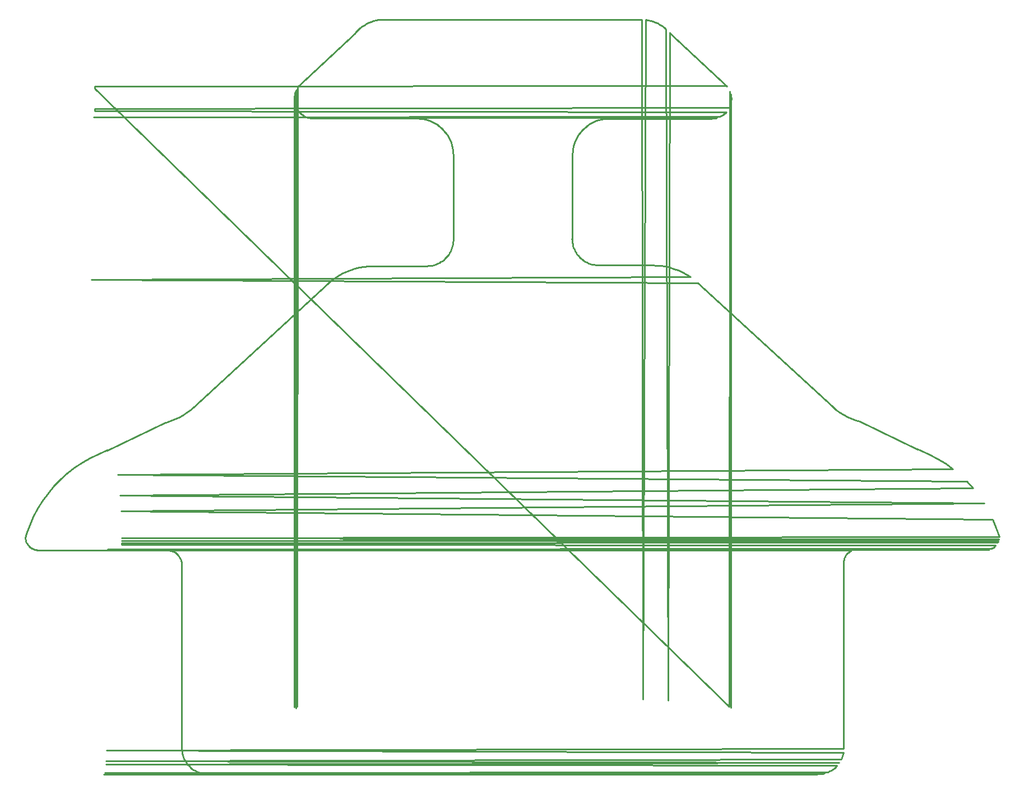
<source format=gm1>
%FSTAX24Y24*%
%MOMM*%
%SFA1B1*%

%IPPOS*%
%ADD10C,0.250000*%
%LNpcb-1*%
%LPD*%
G54D10*
X237799Y041299D02*
D01*
X237897Y038509*
X238189Y035732*
X238673Y032983*
X239349Y030274*
X240212Y027618*
X241258Y02503*
X242481Y02252*
X243877Y020103*
X245439Y017788*
X247158Y015588*
X249026Y013513*
X251034Y011574*
X253173Y009779*
X255432Y008138*
X257799Y006658*
X260264Y005348*
X262815Y004212*
X265439Y003257*
X268122Y002487*
X270853Y001907*
X273618Y001518*
X276403Y001324*
X277799Y001299*
X1197799D02*
D01*
X120059Y001397*
X1203366Y001689*
X1206116Y002173*
X1208825Y002849*
X121148Y003712*
X1214069Y004757*
X1216578Y005981*
X1218996Y007377*
X1221311Y008939*
X1223511Y010658*
X1225586Y012526*
X1227525Y014534*
X122932Y016673*
X1230961Y018932*
X123244Y021299*
X1233751Y023765*
X1234887Y026315*
X1235842Y028939*
X1236611Y031623*
X1237192Y034354*
X123758Y037118*
X1237775Y039903*
X1237799Y041299*
X237899Y317199D02*
D01*
X237844Y31879*
X237677Y320372*
X237401Y32194*
X237016Y323484*
X236524Y324997*
X235928Y326473*
X235231Y327903*
X234435Y329282*
X233545Y330601*
X232565Y331855*
X2315Y333038*
X230356Y334143*
X229136Y335166*
X227849Y336101*
X226499Y336945*
X225094Y337692*
X22364Y338339*
X222145Y338884*
X220615Y339322*
X219058Y339653*
X217483Y339874*
X215895Y339985*
X215099Y339999*
X1257199Y341099D02*
D01*
X1255839Y341052*
X1254485Y34091*
X1253145Y340673*
X1251825Y340344*
X125053Y339923*
X1249268Y339414*
X1248045Y338817*
X1246866Y338136*
X1245738Y337375*
X1244665Y336537*
X1243654Y335626*
X1242708Y334647*
X1241833Y333605*
X1241033Y332504*
X1240312Y331349*
X1239673Y330148*
X1239119Y328904*
X1238654Y327625*
X1238279Y326317*
X1237996Y324985*
X1237806Y323638*
X1237711Y32228*
X1237699Y321599*
X001299Y358299D02*
D01*
X001466Y356915*
X00173Y355546*
X002088Y354199*
X002539Y35288*
X003081Y351596*
X003711Y350352*
X004427Y349156*
X005224Y348012*
X006099Y346927*
X007048Y345906*
X008066Y344953*
X009147Y344073*
X010287Y343271*
X011481Y342551*
X012722Y341916*
X014004Y341368*
X015321Y340912*
X016667Y340548*
X018035Y340279*
X019418Y340107*
X02081Y340031*
X021299Y339999*
X124899Y490999D02*
D01*
X111959Y48577*
X099414Y479651*
X087327Y472672*
X075757Y464867*
X064759Y456273*
X054387Y446934*
X044692Y436893*
X035721Y426201*
X027518Y414909*
X020122Y403072*
X01357Y390749*
X007894Y377998*
X003121Y364882*
X001299Y358799*
X414399Y1041199D02*
D01*
X413123Y1039562*
X411963Y103784*
X410927Y1036042*
X410018Y1034175*
X409242Y1032249*
X408602Y1030275*
X408101Y102826*
X407742Y1026215*
X407527Y102415*
X407456Y1022075*
X407531Y1020001*
X407749Y1017936*
X408111Y1015892*
X408615Y1013878*
X409258Y1011904*
X410038Y100998*
X410949Y1008115*
X411989Y1006318*
X413151Y1004597*
X41443Y1002962*
X415821Y1001421*
X417315Y99998*
X418907Y998647*
X420587Y997428*
X422349Y996329*
X424183Y995356*
X42608Y994513*
X428031Y993804*
X430027Y993234*
X432058Y992804*
X434114Y992517*
X436186Y992374*
X437199Y992299*
X542599Y1141699D02*
D01*
X538742Y1141565*
X534903Y1141161*
X531102Y1140491*
X527357Y1139557*
X523686Y1138364*
X520107Y1136918*
X516638Y1135226*
X513295Y1133296*
X510095Y1131138*
X507053Y1128762*
X504185Y1126179*
X501503Y1123402*
X500199Y1121999*
X974799D02*
D01*
X972213Y112487*
X969432Y1127554*
X966471Y1130037*
X963344Y1132307*
X960066Y1134354*
X956654Y1136167*
X953123Y1137738*
X949491Y1139058*
X945777Y1140122*
X941996Y1140925*
X93817Y1141461*
X934315Y114173*
X932399Y1141699*
X827199Y810599D02*
D01*
X827297Y807809*
X827589Y805032*
X828074Y802283*
X828749Y799574*
X829612Y796919*
X830657Y79433*
X831882Y791821*
X833277Y789403*
X834839Y787088*
X836558Y784888*
X838426Y782813*
X840434Y780873*
X842573Y779079*
X844832Y777438*
X847199Y775958*
X849665Y774648*
X852215Y773512*
X854839Y772557*
X857523Y771788*
X860254Y771207*
X863018Y770818*
X865803Y770624*
X867199Y770599*
X607799Y769399D02*
D01*
X61059Y769497*
X613366Y769789*
X616116Y770274*
X618825Y770949*
X62148Y771812*
X624069Y772857*
X626578Y774082*
X628996Y775478*
X631311Y777039*
X633511Y778758*
X635586Y780626*
X637525Y782634*
X63932Y784773*
X640961Y787032*
X64244Y789399*
X643751Y791865*
X644887Y794415*
X645842Y797039*
X646611Y799723*
X647192Y802454*
X64758Y805218*
X647775Y808003*
X647799Y809399*
X1452399Y340399D02*
D01*
X1453794Y340448*
X1455183Y340594*
X1456558Y340837*
X1457912Y341174*
X145924Y341606*
X1460534Y342128*
X1461789Y34274*
X1462998Y343438*
X1464155Y344219*
X1465255Y345079*
X1466292Y346013*
X1467262Y347017*
X146816Y348086*
X146898Y349215*
X146972Y350399*
X1470375Y351632*
X1470943Y352907*
X147142Y354219*
X1471805Y355561*
X1472096Y356926*
X147229Y358309*
X1472387Y359701*
X1472399Y360399*
D01*
X1468039Y373664*
X1462764Y386592*
X14566Y39912*
X1449577Y411188*
X144173Y422736*
X1433095Y433709*
X1423717Y444053*
X141364Y453718*
X1402913Y462656*
X1391589Y470824*
X1379723Y478182*
X1367372Y484695*
X1354597Y49033*
X1348699Y492599*
X1220299Y557099D02*
D01*
X1225598Y552556*
X1231201Y548394*
X1237081Y544632*
X1243209Y54129*
X1249555Y538383*
X1256088Y535926*
X1262199Y534099*
X1017099Y743999D02*
D01*
X10118Y748543*
X1006197Y752705*
X1000318Y756467*
X99419Y759809*
X987844Y762716*
X98131Y765172*
X974622Y767168*
X96781Y768691*
X960909Y769736*
X953951Y770297*
X949399Y770399*
X213499Y532999D02*
D01*
X220175Y535034*
X226692Y53753*
X23302Y540474*
X239127Y543853*
X244983Y547649*
X25056Y551845*
X255499Y555999*
X526299Y769399D02*
D01*
X519324Y769156*
X512382Y768426*
X505508Y767214*
X498736Y765526*
X492097Y763369*
X485626Y760754*
X479352Y757694*
X473307Y754204*
X467521Y750301*
X462021Y746004*
X458599Y742999*
X1037799Y992099D02*
D01*
X1039892Y992173*
X1041975Y992391*
X1044037Y992755*
X1046069Y993261*
X104806Y993909*
X1050001Y994693*
X1051884Y995611*
X1053697Y996658*
X1055433Y997829*
X1057083Y999118*
X1058639Y1000519*
X1060094Y1002025*
X106144Y1003629*
X106267Y1005324*
X106378Y1007099*
X1064763Y1008948*
X1065615Y1010861*
X1066331Y1012829*
X1066908Y1014842*
X1067344Y101689*
X1067635Y1018963*
X1067781Y1021052*
Y1023146*
X1067635Y1025235*
X1067344Y1027309*
X1066908Y1029357*
X1066331Y103137*
X1065615Y1033338*
X1064763Y103525*
X106378Y1037099*
X106267Y1038875*
X106144Y1040569*
X1060699Y1041299*
X647799Y936999D02*
D01*
X647665Y940857*
X647261Y944696*
X646591Y948497*
X645657Y952242*
X644464Y955913*
X643019Y959492*
X641326Y962961*
X639396Y966304*
X637238Y969504*
X634862Y972545*
X632279Y975414*
X629502Y978095*
X626545Y980576*
X623423Y982845*
X620149Y984891*
X616741Y986703*
X613215Y988273*
X609588Y989593*
X605878Y990657*
X602102Y991459*
X59828Y991997*
X594429Y992266*
X592499Y992299*
X883099Y992099D02*
D01*
X879242Y991965*
X875403Y991561*
X871602Y990891*
X867857Y989957*
X864186Y988764*
X860607Y987318*
X857137Y985626*
X853795Y983697*
X850595Y981538*
X847553Y979162*
X844685Y976579*
X842003Y973802*
X839522Y970845*
X837254Y967723*
X835208Y964449*
X833396Y961041*
X831826Y957515*
X830506Y953888*
X829442Y950178*
X828639Y946402*
X828102Y94258*
X827833Y938729*
X827699Y936799*
X542599Y1141699D02*
X932399D01*
X827299Y808999D02*
X827799Y936999D01*
X237899Y040399D02*
Y317199D01*
X021199Y339999D02*
X214999D01*
X277799Y001299D02*
X1197799D01*
X12573Y341099D02*
X1453099Y340599D01*
X1237799Y041599D02*
Y321599D01*
X124699Y490899D02*
X212999Y532799D01*
X1262199Y534099D02*
X1348999Y492499D01*
X414299Y1041299D02*
X414399Y1041199D01*
X413999Y1041099D02*
X499999Y1121599D01*
X974999D02*
X1060999Y1041099D01*
X867199Y770599D02*
X948699Y770399D01*
X647799Y808599D02*
Y936999D01*
X526299Y769399D02*
X607799D01*
X1017099Y743999D02*
X1220299Y557099D01*
X255499Y555999D02*
X458599Y742999D01*
X437199Y992299D02*
X592199D01*
X882799Y992099D02*
X1037799D01*
M02*
</source>
